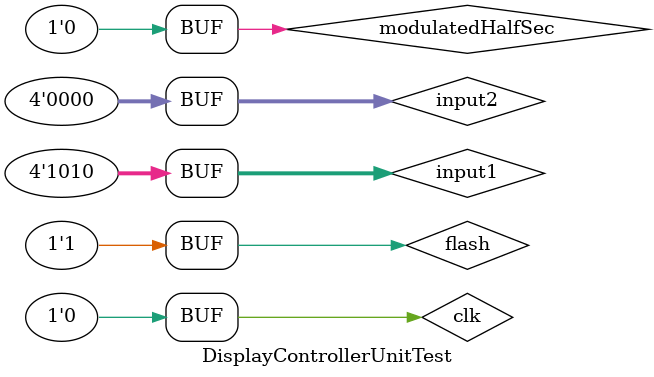
<source format=v>
`timescale 1ns / 1ps


module DisplayControllerUnitTest;

	// Inputs
	reg clk;
	reg modulatedHalfSec;
	reg flash;
	reg [3:0] input2;
	reg [3:0] input1;

	// Outputs
	wire [6:0] display2;
	wire [6:0] display1;

	// Instantiate the Unit Under Test (UUT)
	DisplayControllerUnit uut (
		.clk(clk),
		.modulatedHalfSec(modulatedHalfSec), 
		.flash(flash), 
		.input2(input2), 
		.input1(input1), 
		.display2(display2), 
		.display1(display1)
	);

	initial begin
		// Initialize Inputs
		clk = 0;
		modulatedHalfSec = 0;
		flash = 1;
		input2 = 0;
		input1 = 0;

		// Wait 100 ns for global reset to finish
		#1;
		repeat (10) begin
			input1 = input1 + 1;
			#10;
		end
        
		// Add stimulus here

	end
      
	always begin
		#1 modulatedHalfSec = 1;
		#1 modulatedHalfSec = 0;
	end
	
	always begin
		#0.01 clk = 1;
		#0.01 clk = 0;
	end
endmodule


</source>
